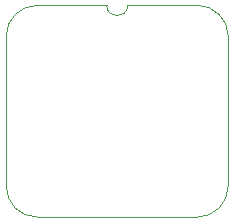
<source format=gm1>
%TF.GenerationSoftware,KiCad,Pcbnew,9.0.2*%
%TF.CreationDate,2025-06-16T21:16:06+02:00*%
%TF.ProjectId,W65C816 Latch,57363543-3831-4362-904c-617463682e6b,V1*%
%TF.SameCoordinates,Original*%
%TF.FileFunction,Profile,NP*%
%FSLAX46Y46*%
G04 Gerber Fmt 4.6, Leading zero omitted, Abs format (unit mm)*
G04 Created by KiCad (PCBNEW 9.0.2) date 2025-06-16 21:16:06*
%MOMM*%
%LPD*%
G01*
G04 APERTURE LIST*
%TA.AperFunction,Profile*%
%ADD10C,0.100000*%
%TD*%
G04 APERTURE END LIST*
D10*
%TO.C,J2*%
X-1778000Y-12700000D02*
X-1778000Y0D01*
X6731000Y2616200D02*
X835732Y2613732D01*
X14404267Y2613733D02*
X8509000Y2616200D01*
X14404268Y-15313732D02*
X835733Y-15313733D01*
X17018000Y-12700000D02*
X17017999Y1D01*
X-1778000Y0D02*
G75*
G02*
X835732Y2613732I2613731J1D01*
G01*
X835733Y-15313733D02*
G75*
G02*
X-1778000Y-12700000I-4J2613729D01*
G01*
X8509000Y2616200D02*
G75*
G02*
X6731000Y2616200I-889000J0D01*
G01*
X14404267Y2613733D02*
G75*
G02*
X17018003Y1I3J-2613733D01*
G01*
X17018000Y-12700000D02*
G75*
G02*
X14404268Y-15313730I-2613730J0D01*
G01*
%TD*%
M02*

</source>
